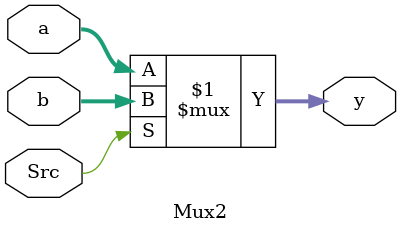
<source format=v>
`timescale 1ns / 1ps


module Mux2(
input [31:0] a,
input [31:0] b,
input Src,
output [31:0] y
);

assign y = Src ? b:a;

endmodule

</source>
